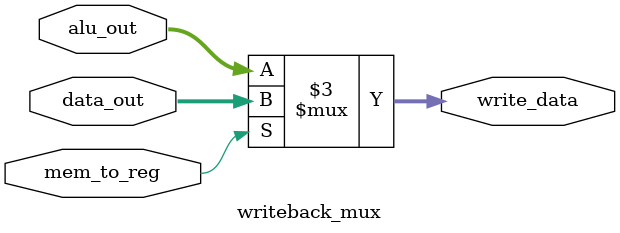
<source format=sv>
module writeback_mux (
    input logic [31:0] alu_out,       // ALU output (from EX stage)
    input logic [31:0] data_out,      // Data from memory (from MEM stage)
    input logic mem_to_reg,           // Control signal from main control unit
    output logic [31:0] write_data    // Data to write back to register file
);

 
    always_comb begin
        if (mem_to_reg)
            write_data = data_out;    // Select data from memory
        else
            write_data = alu_out;     // Select ALU output
    end

endmodule


</source>
